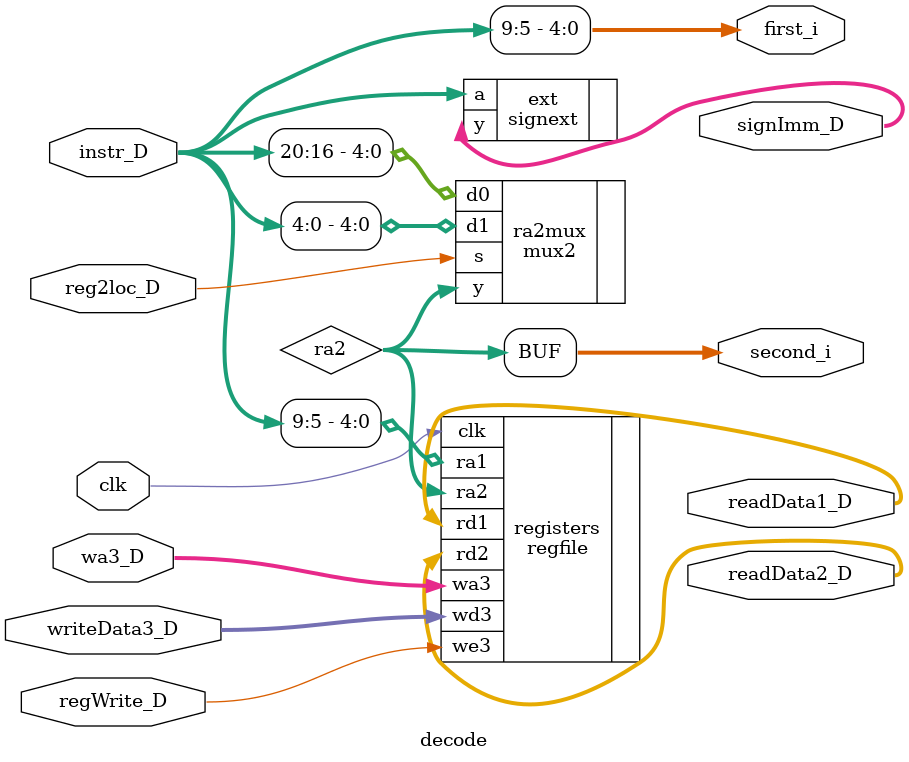
<source format=sv>

module decode #(parameter N = 64)
          (input logic regWrite_D, reg2loc_D, clk,
          input logic [N-1:0] writeData3_D,
          input logic [31:0] instr_D,
          output logic [N-1:0] signImm_D, readData1_D, readData2_D,
          input logic [4:0] wa3_D, // Eliminar para single cycle processor
          output logic [4:0] first_i, second_i);

  logic [4:0] ra2;

  mux2   #(5)   ra2mux  (.d0(instr_D[20:16]), .d1(instr_D[4:0]), .s(reg2loc_D), .y(ra2));

  regfile     registers(.clk(clk), .we3(regWrite_D), .ra1(instr_D[9:5]), .ra2(ra2), .wa3(wa3_D), 
                 .wd3(writeData3_D), .rd1(readData1_D), .rd2(readData2_D));

  assign first_i = instr_D[9:5];
  assign second_i = ra2;

  // En single cycle processor:            
  //regfile registers (.clk(clk), .we3(regWrite_D), .ra1(instr_D[9:5]), .ra2(ra2), .wa3(instr_D[4:0]), 
  //               .wd3(writeData3_D), .rd1(readData1_D), .rd2(readData2_D));


  signext     ext    (.a(instr_D), .y(signImm_D));  

endmodule

</source>
